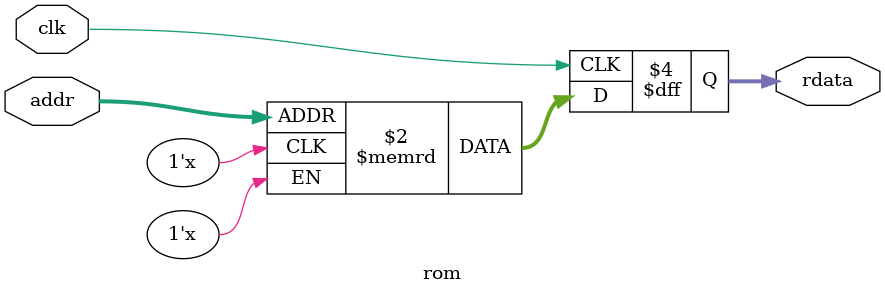
<source format=v>
module rom #(
    parameter MEM_SIZE = 32 * 1024 // Example: 32KB memory size
) (
    input wire clk,
    input wire [31:0] addr,
    output reg [31:0] rdata
);

    // Internal memory array
    reg [31:0] mem [0:MEM_SIZE-1];

    initial begin
        // Load your ROM content here
        // $readmemh("rom_content.hex", mem);
    end

    always @(posedge clk) begin
        rdata <= mem[addr];
    end

endmodule
</source>
